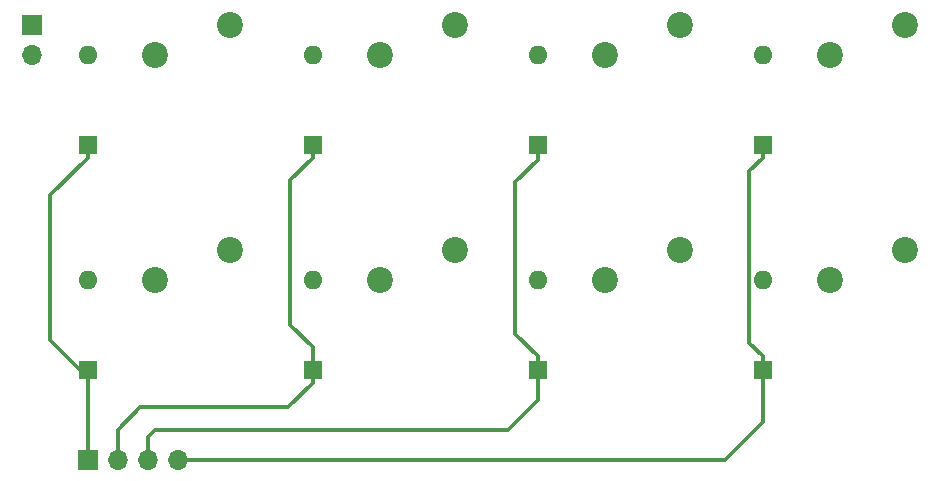
<source format=gbl>
G04 #@! TF.GenerationSoftware,KiCad,Pcbnew,(5.1.2)-1*
G04 #@! TF.CreationDate,2019-05-30T07:31:40-07:00*
G04 #@! TF.ProjectId,mechanical_keyboard_mk0,6d656368-616e-4696-9361-6c5f6b657962,rev?*
G04 #@! TF.SameCoordinates,Original*
G04 #@! TF.FileFunction,Copper,L2,Bot*
G04 #@! TF.FilePolarity,Positive*
%FSLAX46Y46*%
G04 Gerber Fmt 4.6, Leading zero omitted, Abs format (unit mm)*
G04 Created by KiCad (PCBNEW (5.1.2)-1) date 2019-05-30 07:31:40*
%MOMM*%
%LPD*%
G04 APERTURE LIST*
%ADD10C,2.200000*%
%ADD11O,1.700000X1.700000*%
%ADD12R,1.700000X1.700000*%
%ADD13O,1.600000X1.600000*%
%ADD14R,1.600000X1.600000*%
%ADD15C,0.304800*%
G04 APERTURE END LIST*
D10*
X106680000Y-51308000D03*
X113030000Y-48768000D03*
X163830000Y-70358000D03*
X170180000Y-67818000D03*
X163830000Y-51308000D03*
X170180000Y-48768000D03*
X144780000Y-70358000D03*
X151130000Y-67818000D03*
X144780000Y-51308000D03*
X151130000Y-48768000D03*
D11*
X96266000Y-51308000D03*
D12*
X96266000Y-48768000D03*
D11*
X108585000Y-85598000D03*
X106045000Y-85598000D03*
X103505000Y-85598000D03*
D12*
X100965000Y-85598000D03*
D13*
X158115000Y-70358000D03*
D14*
X158115000Y-77978000D03*
D13*
X158115000Y-51308000D03*
D14*
X158115000Y-58928000D03*
D13*
X139065000Y-70358000D03*
D14*
X139065000Y-77978000D03*
D13*
X139065000Y-51308000D03*
D14*
X139065000Y-58928000D03*
D10*
X125730000Y-70358000D03*
X132080000Y-67818000D03*
X125730000Y-51308000D03*
X132080000Y-48768000D03*
X106680000Y-70358000D03*
X113030000Y-67818000D03*
D13*
X120015000Y-70358000D03*
D14*
X120015000Y-77978000D03*
D13*
X120015000Y-51308000D03*
D14*
X120015000Y-58928000D03*
D13*
X100965000Y-70358000D03*
D14*
X100965000Y-77978000D03*
D13*
X100965000Y-51308000D03*
D14*
X100965000Y-58928000D03*
D15*
X100965000Y-60032800D02*
X97790000Y-63207800D01*
X100965000Y-58928000D02*
X100965000Y-60032800D01*
X97790000Y-63207800D02*
X97790000Y-75438000D01*
X97790000Y-75438000D02*
X100330000Y-77978000D01*
X100965000Y-77978000D02*
X100965000Y-85598000D01*
X120015000Y-79082800D02*
X117944800Y-81153000D01*
X120015000Y-77978000D02*
X120015000Y-79082800D01*
X117944800Y-81153000D02*
X105410000Y-81153000D01*
X105410000Y-81153000D02*
X103505000Y-83058000D01*
X103505000Y-83058000D02*
X103505000Y-85598000D01*
X120015000Y-60032800D02*
X118110000Y-61937800D01*
X120015000Y-58928000D02*
X120015000Y-60032800D01*
X118110000Y-61937800D02*
X118110000Y-74168000D01*
X118110000Y-74168000D02*
X120015000Y-76073000D01*
X120015000Y-76073000D02*
X120015000Y-77978000D01*
X106045000Y-85598000D02*
X106045000Y-83693000D01*
X106045000Y-83693000D02*
X106680000Y-83058000D01*
X106680000Y-83058000D02*
X136525000Y-83058000D01*
X139065000Y-80518000D02*
X139065000Y-78613000D01*
X136525000Y-83058000D02*
X139065000Y-80518000D01*
X139065000Y-78613000D02*
X139065000Y-77978000D01*
X139065000Y-58928000D02*
X139065000Y-60198000D01*
X137160000Y-74968200D02*
X139065000Y-76873200D01*
X139065000Y-60198000D02*
X137160000Y-62103000D01*
X137160000Y-62103000D02*
X137160000Y-74968200D01*
X139065000Y-76873200D02*
X139065000Y-77978000D01*
X108585000Y-85598000D02*
X154940000Y-85598000D01*
X154940000Y-85598000D02*
X158115000Y-82423000D01*
X158115000Y-82423000D02*
X158115000Y-77978000D01*
X156962599Y-75720799D02*
X158115000Y-76873200D01*
X156962599Y-61185201D02*
X156962599Y-75720799D01*
X158115000Y-58928000D02*
X158115000Y-60032800D01*
X158115000Y-60032800D02*
X156962599Y-61185201D01*
X158115000Y-76873200D02*
X158115000Y-77978000D01*
M02*

</source>
